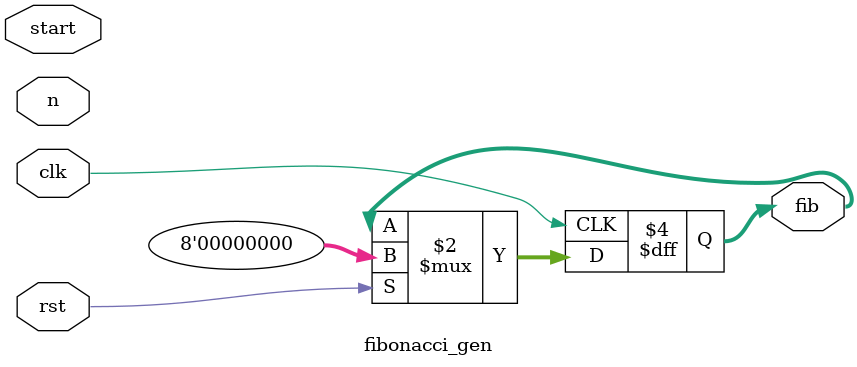
<source format=v>
module fibonacci_gen #(parameter WIDTH=8) (
    input clk,
    input rst,
    input start,
    input [WIDTH-1:0] n,
    output reg [WIDTH-1:0] fib
);

  always @(posedge clk) begin
    if (rst) begin
      fib <= 0;
    end else if (start) begin
      // Fibonacci calculation logic here
    end
  end

endmodule
</source>
